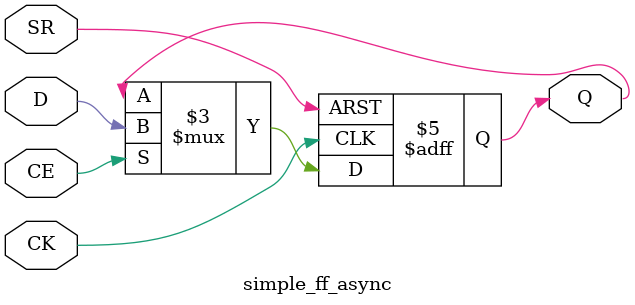
<source format=sv>
`timescale 1ns/100ps
module simple_ff_async
  #
  (
   parameter    ASYNC = "TRUE"
   )
  (
   input wire   CK,
   input wire   CE,
   input wire   SR,
   input wire   D,
   output logic Q
   );

  initial Q = '1;

  generate
    if (ASYNC == "TRUE") begin : g_ASYNC
      always @(posedge CK, posedge SR) begin
        if (SR) Q <= '0;
        else if (CE) Q <= D;
      end
    end else begin : g_SYNC
      always @(posedge CK) begin
        if (SR) Q <= '0;
        else if (CE) Q <= D;
      end
    end
  endgenerate

endmodule

</source>
